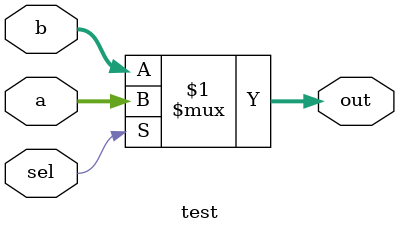
<source format=v>
module test(input sel, input [8:0] a, b, output [8:0] out);
  
  assign out = (sel) ? a : b;
  
endmodule

</source>
